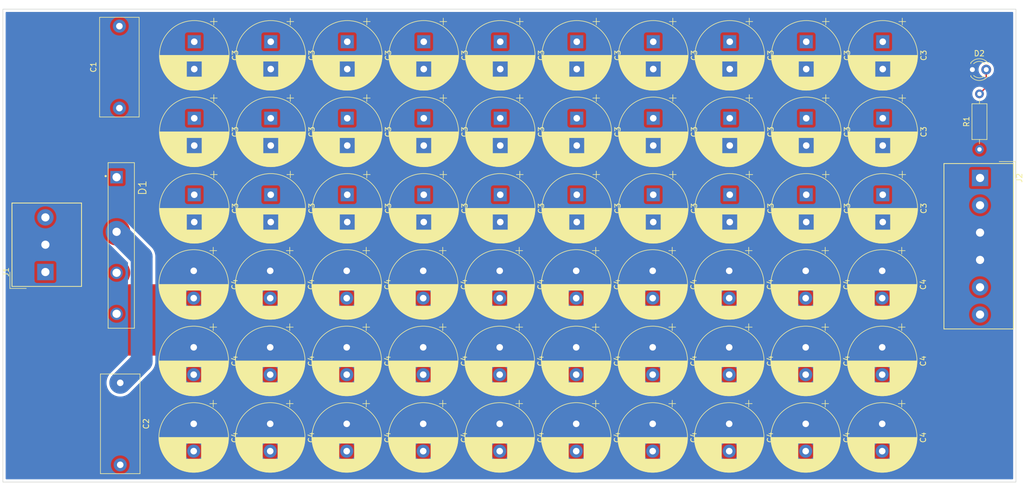
<source format=kicad_pcb>
(kicad_pcb (version 20211014) (generator pcbnew)
  (layers (0 "F.Cu" signal) (31 "B.Cu" signal) (34 "B.Paste" user) (35 "F.Paste" user) (36 "B.SilkS" user "B.Silkscreen") (37 "F.SilkS" user "F.Silkscreen") (38 "B.Mask" user) (39 "F.Mask" user) (44 "Edge.Cuts" user))
  (net 0 "")
  (net 1 "Net-(C1-Pad1)")
  (net 2 "Net-(C1-Pad2)")
  (net 3 "/V+")
  (net 4 "/GND")
  (net 5 "/V-")
  (net 6 "Net-(D2-Pad2)")
  (footprint "Capacitor_THT:CP_Radial_D12.5mm_P5.00mm" (layer "F.Cu") (at 109.925 43.138541 -90)
    (fp_text reference "C3" (at 2.5 -7.5 90) (layer "F.SilkS"))
    (fp_text value "220uF")
    (pad "1" thru_hole rect locked (at 0 0 270) (size 2.4 2.4) (drill 1.2) (layers *.Cu *.Mask) (net 3 "/V+"))
    (pad "2" thru_hole circle locked (at 5 0 270) (size 2.4 2.4) (drill 1.2) (layers *.Cu *.Mask) (net 4 "/GND"))
  )
  (footprint "Capacitor_THT:CP_Radial_D12.5mm_P5.00mm" (layer "F.Cu") (at 221.925 57.138541 -90)
    (fp_text reference "C3" (at 2.5 -7.5 90) (layer "F.SilkS"))
    (fp_text value "220uF")
    (pad "1" thru_hole rect locked (at 0 0 270) (size 2.4 2.4) (drill 1.2) (layers *.Cu *.Mask) (net 3 "/V+"))
    (pad "2" thru_hole circle locked (at 5 0 270) (size 2.4 2.4) (drill 1.2) (layers *.Cu *.Mask) (net 4 "/GND"))
  )
  (footprint "Capacitor_THT:CP_Radial_D12.5mm_P5.00mm" (layer "F.Cu") (at 165.925 57.138541 -90)
    (fp_text reference "C3" (at 2.5 -7.5 90) (layer "F.SilkS"))
    (fp_text value "220uF")
    (pad "1" thru_hole rect locked (at 0 0 270) (size 2.4 2.4) (drill 1.2) (layers *.Cu *.Mask) (net 3 "/V+"))
    (pad "2" thru_hole circle locked (at 5 0 270) (size 2.4 2.4) (drill 1.2) (layers *.Cu *.Mask) (net 4 "/GND"))
  )
  (footprint "Custom Library:DIOB_GBJ2501-BP" (layer "F.Cu") (at 82.564934 66.425 -90)
    (fp_text reference "D1" (at -10.555 -3.889 90) (layer "F.SilkS") (effects (font (size 1.4 1.4))))
    (fp_text value "GSIB2580-E3/45")
    (pad "1" thru_hole rect (at -12.5 0.85 270) (size 2.27 2.27) (drill 1.51) (layers *.Cu *.Mask) (net 3 "/V+"))
    (pad "2" thru_hole circle (at -2.5 0.85 270) (size 2.27 2.27) (drill 1.51) (layers *.Cu *.Mask) (net 1 "Net-(C1-Pad1)"))
    (pad "3" thru_hole circle (at 5 0.85 270) (size 2.27 2.27) (drill 1.51) (layers *.Cu *.Mask) (net 2 "Net-(C1-Pad2)"))
    (pad "4" thru_hole circle (at 12.5 0.85 270) (size 2.27 2.27) (drill 1.51) (layers *.Cu *.Mask) (net 5 "/V-"))
  )
  (footprint "Capacitor_THT:CP_Radial_D12.5mm_P5.00mm" (layer "F.Cu") (at 95.925 29.138541 -90)
    (fp_text reference "C3" (at 2.5 -7.5 90) (layer "F.SilkS"))
    (fp_text value "220uF")
    (pad "1" thru_hole rect locked (at 0 0 270) (size 2.4 2.4) (drill 1.2) (layers *.Cu *.Mask) (net 3 "/V+"))
    (pad "2" thru_hole circle locked (at 5 0 270) (size 2.4 2.4) (drill 1.2) (layers *.Cu *.Mask) (net 4 "/GND"))
  )
  (footprint "TerminalBlock_Altech:Altech_AK300_1x06_P5.00mm_45-Degree" (layer "F.Cu") (at 239.7325 54.0675 -90)
    (fp_text reference "J2" (at 0 -7.2 90) (layer "F.SilkS"))
    (fp_text value "Conn_01x06_Female")
    (pad "1" thru_hole rect locked (at 0 0 270) (size 3 3) (drill 1.5) (layers *.Cu *.Mask) (net 3 "/V+"))
    (pad "2" thru_hole circle locked (at 5 0 270) (size 3 3) (drill 1.5) (layers *.Cu *.Mask) (net 3 "/V+"))
    (pad "3" thru_hole circle locked (at 10 0 270) (size 3 3) (drill 1.5) (layers *.Cu *.Mask) (net 4 "/GND"))
    (pad "4" thru_hole circle locked (at 15 0 270) (size 3 3) (drill 1.5) (layers *.Cu *.Mask) (net 4 "/GND"))
    (pad "5" thru_hole circle locked (at 20 0 270) (size 3 3) (drill 1.5) (layers *.Cu *.Mask) (net 5 "/V-"))
    (pad "6" thru_hole circle locked (at 25 0 270) (size 3 3) (drill 1.5) (layers *.Cu *.Mask) (net 5 "/V-"))
  )
  (footprint "Capacitor_THT:CP_Radial_D12.5mm_P5.00mm" (layer "F.Cu") (at 221.825 99.063541 -90)
    (fp_text reference "C4" (at 2.5 -7.5 90) (layer "F.SilkS"))
    (fp_text value "220uF")
    (pad "1" thru_hole rect locked (at 0 0 270) (size 2.4 2.4) (drill 1.2) (layers *.Cu *.Mask) (net 4 "/GND"))
    (pad "2" thru_hole circle locked (at 5 0 270) (size 2.4 2.4) (drill 1.2) (layers *.Cu *.Mask) (net 5 "/V-"))
  )
  (footprint "Capacitor_THT:CP_Radial_D12.5mm_P5.00mm" (layer "F.Cu") (at 109.825 85.063541 -90)
    (fp_text reference "C4" (at 2.5 -7.5 90) (layer "F.SilkS"))
    (fp_text value "220uF")
    (pad "1" thru_hole rect locked (at 0 0 270) (size 2.4 2.4) (drill 1.2) (layers *.Cu *.Mask) (net 4 "/GND"))
    (pad "2" thru_hole circle locked (at 5 0 270) (size 2.4 2.4) (drill 1.2) (layers *.Cu *.Mask) (net 5 "/V-"))
  )
  (footprint "Capacitor_THT:CP_Radial_D12.5mm_P5.00mm" (layer "F.Cu") (at 165.825 99.063541 -90)
    (fp_text reference "C4" (at 2.5 -7.5 90) (layer "F.SilkS"))
    (fp_text value "220uF")
    (pad "1" thru_hole rect locked (at 0 0 270) (size 2.4 2.4) (drill 1.2) (layers *.Cu *.Mask) (net 4 "/GND"))
    (pad "2" thru_hole circle locked (at 5 0 270) (size 2.4 2.4) (drill 1.2) (layers *.Cu *.Mask) (net 5 "/V-"))
  )
  (footprint "Capacitor_THT:CP_Radial_D12.5mm_P5.00mm" (layer "F.Cu") (at 151.925 57.138541 -90)
    (fp_text reference "C3" (at 2.5 -7.5 90) (layer "F.SilkS"))
    (fp_text value "220uF")
    (pad "1" thru_hole rect locked (at 0 0 270) (size 2.4 2.4) (drill 1.2) (layers *.Cu *.Mask) (net 3 "/V+"))
    (pad "2" thru_hole circle locked (at 5 0 270) (size 2.4 2.4) (drill 1.2) (layers *.Cu *.Mask) (net 4 "/GND"))
  )
  (footprint "Capacitor_THT:CP_Radial_D12.5mm_P5.00mm" (layer "F.Cu") (at 193.925 29.138541 -90)
    (fp_text reference "C3" (at 2.5 -7.5 90) (layer "F.SilkS"))
    (fp_text value "220uF")
    (pad "1" thru_hole rect locked (at 0 0 270) (size 2.4 2.4) (drill 1.2) (layers *.Cu *.Mask) (net 3 "/V+"))
    (pad "2" thru_hole circle locked (at 5 0 270) (size 2.4 2.4) (drill 1.2) (layers *.Cu *.Mask) (net 4 "/GND"))
  )
  (footprint "Capacitor_THT:CP_Radial_D12.5mm_P5.00mm" (layer "F.Cu") (at 137.925 29.138541 -90)
    (fp_text reference "C3" (at 2.5 -7.5 90) (layer "F.SilkS"))
    (fp_text value "220uF")
    (pad "1" thru_hole rect locked (at 0 0 270) (size 2.4 2.4) (drill 1.2) (layers *.Cu *.Mask) (net 3 "/V+"))
    (pad "2" thru_hole circle locked (at 5 0 270) (size 2.4 2.4) (drill 1.2) (layers *.Cu *.Mask) (net 4 "/GND"))
  )
  (footprint "Capacitor_THT:CP_Radial_D12.5mm_P5.00mm" (layer "F.Cu") (at 109.925 57.138541 -90)
    (fp_text reference "C3" (at 2.5 -7.5 90) (layer "F.SilkS"))
    (fp_text value "220uF")
    (pad "1" thru_hole rect locked (at 0 0 270) (size 2.4 2.4) (drill 1.2) (layers *.Cu *.Mask) (net 3 "/V+"))
    (pad "2" thru_hole circle locked (at 5 0 270) (size 2.4 2.4) (drill 1.2) (layers *.Cu *.Mask) (net 4 "/GND"))
  )
  (footprint "Capacitor_THT:CP_Radial_D12.5mm_P5.00mm" (layer "F.Cu") (at 137.925 43.138541 -90)
    (fp_text reference "C3" (at 2.5 -7.5 90) (layer "F.SilkS"))
    (fp_text value "220uF")
    (pad "1" thru_hole rect locked (at 0 0 270) (size 2.4 2.4) (drill 1.2) (layers *.Cu *.Mask) (net 3 "/V+"))
    (pad "2" thru_hole circle locked (at 5 0 270) (size 2.4 2.4) (drill 1.2) (layers *.Cu *.Mask) (net 4 "/GND"))
  )
  (footprint "Capacitor_THT:CP_Radial_D12.5mm_P5.00mm" (layer "F.Cu") (at 95.925 57.138541 -90)
    (fp_text reference "C3" (at 2.5 -7.5 90) (layer "F.SilkS"))
    (fp_text value "220uF")
    (pad "1" thru_hole rect locked (at 0 0 270) (size 2.4 2.4) (drill 1.2) (layers *.Cu *.Mask) (net 3 "/V+"))
    (pad "2" thru_hole circle locked (at 5 0 270) (size 2.4 2.4) (drill 1.2) (layers *.Cu *.Mask) (net 4 "/GND"))
  )
  (footprint "Capacitor_THT:CP_Radial_D12.5mm_P5.00mm" (layer "F.Cu") (at 151.925 43.138541 -90)
    (fp_text reference "C3" (at 2.5 -7.5 90) (layer "F.SilkS"))
    (fp_text value "220uF")
    (pad "1" thru_hole rect locked (at 0 0 270) (size 2.4 2.4) (drill 1.2) (layers *.Cu *.Mask) (net 3 "/V+"))
    (pad "2" thru_hole circle locked (at 5 0 270) (size 2.4 2.4) (drill 1.2) (layers *.Cu *.Mask) (net 4 "/GND"))
  )
  (footprint "Capacitor_THT:CP_Radial_D12.5mm_P5.00mm" (layer "F.Cu") (at 207.825 99.063541 -90)
    (fp_text reference "C4" (at 2.5 -7.5 90) (layer "F.SilkS"))
    (fp_text value "220uF")
    (pad "1" thru_hole rect locked (at 0 0 270) (size 2.4 2.4) (drill 1.2) (layers *.Cu *.Mask) (net 4 "/GND"))
    (pad "2" thru_hole circle locked (at 5 0 270) (size 2.4 2.4) (drill 1.2) (layers *.Cu *.Mask) (net 5 "/V-"))
  )
  (footprint "Capacitor_THT:CP_Radial_D12.5mm_P5.00mm" (layer "F.Cu") (at 165.925 43.138541 -90)
    (fp_text reference "C3" (at 2.5 -7.5 90) (layer "F.SilkS"))
    (fp_text value "220uF")
    (pad "1" thru_hole rect locked (at 0 0 270) (size 2.4 2.4) (drill 1.2) (layers *.Cu *.Mask) (net 3 "/V+"))
    (pad "2" thru_hole circle locked (at 5 0 270) (size 2.4 2.4) (drill 1.2) (layers *.Cu *.Mask) (net 4 "/GND"))
  )
  (footprint "Capacitor_THT:CP_Radial_D12.5mm_P5.00mm" (layer "F.Cu") (at 95.925 43.138541 -90)
    (fp_text reference "C3" (at 2.5 -7.5 90) (layer "F.SilkS"))
    (fp_text value "220uF")
    (pad "1" thru_hole rect locked (at 0 0 270) (size 2.4 2.4) (drill 1.2) (layers *.Cu *.Mask) (net 3 "/V+"))
    (pad "2" thru_hole circle locked (at 5 0 270) (size 2.4 2.4) (drill 1.2) (layers *.Cu *.Mask) (net 4 "/GND"))
  )
  (footprint "Capacitor_THT:CP_Radial_D12.5mm_P5.00mm" (layer "F.Cu") (at 123.825 99.063541 -90)
    (fp_text reference "C4" (at 2.5 -7.5 90) (layer "F.SilkS"))
    (fp_text value "220uF")
    (pad "1" thru_hole rect locked (at 0 0 270) (size 2.4 2.4) (drill 1.2) (layers *.Cu *.Mask) (net 4 "/GND"))
    (pad "2" thru_hole circle locked (at 5 0 270) (size 2.4 2.4) (drill 1.2) (layers *.Cu *.Mask) (net 5 "/V-"))
  )
  (footprint "Capacitor_THT:CP_Radial_D12.5mm_P5.00mm" (layer "F.Cu") (at 179.925 29.138541 -90)
    (fp_text reference "C3" (at 2.5 -7.5 90) (layer "F.SilkS"))
    (fp_text value "220uF")
    (pad "1" thru_hole rect locked (at 0 0 270) (size 2.4 2.4) (drill 1.2) (layers *.Cu *.Mask) (net 3 "/V+"))
    (pad "2" thru_hole circle locked (at 5 0 270) (size 2.4 2.4) (drill 1.2) (layers *.Cu *.Mask) (net 4 "/GND"))
  )
  (footprint "Capacitor_THT:CP_Radial_D12.5mm_P5.00mm" (layer "F.Cu") (at 137.825 99.063541 -90)
    (fp_text reference "C4" (at 2.5 -7.5 90) (layer "F.SilkS"))
    (fp_text value "220uF")
    (pad "1" thru_hole rect locked (at 0 0 270) (size 2.4 2.4) (drill 1.2) (layers *.Cu *.Mask) (net 4 "/GND"))
    (pad "2" thru_hole circle locked (at 5 0 270) (size 2.4 2.4) (drill 1.2) (layers *.Cu *.Mask) (net 5 "/V-"))
  )
  (footprint "LED_THT:LED_D3.0mm" (layer "F.Cu") (at 238.325 34.238075)
    (fp_text reference "D2" (at 1.27 -2.96) (layer "F.SilkS"))
    (fp_text value "LED")
    (pad "1" thru_hole rect locked (at 0 0) (size 1.8 1.8) (drill 0.9) (layers *.Cu *.Mask) (net 4 "/GND"))
    (pad "2" thru_hole circle locked (at 2.54 0) (size 1.8 1.8) (drill 0.9) (layers *.Cu *.Mask) (net 6 "Net-(D2-Pad2)"))
  )
  (footprint "Capacitor_THT:CP_Radial_D12.5mm_P5.00mm" (layer "F.Cu") (at 137.825 71.063541 -90)
    (fp_text reference "C4" (at 2.5 -7.5 90) (layer "F.SilkS"))
    (fp_text value "220uF")
    (pad "1" thru_hole rect locked (at 0 0 270) (size 2.4 2.4) (drill 1.2) (layers *.Cu *.Mask) (net 4 "/GND"))
    (pad "2" thru_hole circle locked (at 5 0 270) (size 2.4 2.4) (drill 1.2) (layers *.Cu *.Mask) (net 5 "/V-"))
  )
  (footprint "Capacitor_THT:CP_Radial_D12.5mm_P5.00mm" (layer "F.Cu") (at 123.825 85.063541 -90)
    (fp_text reference "C4" (at 2.5 -7.5 90) (layer "F.SilkS"))
    (fp_text value "220uF")
    (pad "1" thru_hole rect locked (at 0 0 270) (size 2.4 2.4) (drill 1.2) (layers *.Cu *.Mask) (net 4 "/GND"))
    (pad "2" thru_hole circle locked (at 5 0 270) (size 2.4 2.4) (drill 1.2) (layers *.Cu *.Mask) (net 5 "/V-"))
  )
  (footprint "Capacitor_THT:CP_Radial_D12.5mm_P5.00mm" (layer "F.Cu") (at 179.825 85.063541 -90)
    (fp_text reference "C4" (at 2.5 -7.5 90) (layer "F.SilkS"))
    (fp_text value "220uF")
    (pad "1" thru_hole rect locked (at 0 0 270) (size 2.4 2.4) (drill 1.2) (layers *.Cu *.Mask) (net 4 "/GND"))
    (pad "2" thru_hole circle locked (at 5 0 270) (size 2.4 2.4) (drill 1.2) (layers *.Cu *.Mask) (net 5 "/V-"))
  )
  (footprint "Capacitor_THT:CP_Radial_D12.5mm_P5.00mm" (layer "F.Cu") (at 193.825 99.063541 -90)
    (fp_text reference "C4" (at 2.5 -7.5 90) (layer "F.SilkS"))
    (fp_text value "220uF")
    (pad "1" thru_hole rect locked (at 0 0 270) (size 2.4 2.4) (drill 1.2) (layers *.Cu *.Mask) (net 4 "/GND"))
    (pad "2" thru_hole circle locked (at 5 0 270) (size 2.4 2.4) (drill 1.2) (layers *.Cu *.Mask) (net 5 "/V-"))
  )
  (footprint "Capacitor_THT:CP_Radial_D12.5mm_P5.00mm" (layer "F.Cu") (at 221.925 43.138541 -90)
    (fp_text reference "C3" (at 2.5 -7.5 90) (layer "F.SilkS"))
    (fp_text value "220uF")
    (pad "1" thru_hole rect locked (at 0 0 270) (size 2.4 2.4) (drill 1.2) (layers *.Cu *.Mask) (net 3 "/V+"))
    (pad "2" thru_hole circle locked (at 5 0 270) (size 2.4 2.4) (drill 1.2) (layers *.Cu *.Mask) (net 4 "/GND"))
  )
  (footprint "Capacitor_THT:CP_Radial_D12.5mm_P5.00mm" (layer "F.Cu") (at 179.825 71.063541 -90)
    (fp_text reference "C4" (at 2.5 -7.5 90) (layer "F.SilkS"))
    (fp_text value "220uF")
    (pad "1" thru_hole rect locked (at 0 0 270) (size 2.4 2.4) (drill 1.2) (layers *.Cu *.Mask) (net 4 "/GND"))
    (pad "2" thru_hole circle locked (at 5 0 270) (size 2.4 2.4) (drill 1.2) (layers *.Cu *.Mask) (net 5 "/V-"))
  )
  (footprint "Capacitor_THT:CP_Radial_D12.5mm_P5.00mm" (layer "F.Cu") (at 95.825 99.063541 -90)
    (fp_text reference "C4" (at 2.5 -7.5 90) (layer "F.SilkS"))
    (fp_text value "220uF")
    (pad "1" thru_hole rect locked (at 0 0 270) (size 2.4 2.4) (drill 1.2) (layers *.Cu *.Mask) (net 4 "/GND"))
    (pad "2" thru_hole circle locked (at 5 0 270) (size 2.4 2.4) (drill 1.2) (layers *.Cu *.Mask) (net 5 "/V-"))
  )
  (footprint "Capacitor_THT:CP_Radial_D12.5mm_P5.00mm" (layer "F.Cu") (at 151.925 29.138541 -90)
    (fp_text reference "C3" (at 2.5 -7.5 90) (layer "F.SilkS"))
    (fp_text value "220uF")
    (pad "1" thru_hole rect locked (at 0 0 270) (size 2.4 2.4) (drill 1.2) (layers *.Cu *.Mask) (net 3 "/V+"))
    (pad "2" thru_hole circle locked (at 5 0 270) (size 2.4 2.4) (drill 1.2) (layers *.Cu *.Mask) (net 4 "/GND"))
  )
  (footprint "Capacitor_THT:CP_Radial_D12.5mm_P5.00mm" (layer "F.Cu") (at 165.825 85.063541 -90)
    (fp_text reference "C4" (at 2.5 -7.5 90) (layer "F.SilkS"))
    (fp_text value "220uF")
    (pad "1" thru_hole rect locked (at 0 0 270) (size 2.4 2.4) (drill 1.2) (layers *.Cu *.Mask) (net 4 "/GND"))
    (pad "2" thru_hole circle locked (at 5 0 270) (size 2.4 2.4) (drill 1.2) (layers *.Cu *.Mask) (net 5 "/V-"))
  )
  (footprint "Capacitor_THT:CP_Radial_D12.5mm_P5.00mm" (layer "F.Cu") (at 179.925 57.138541 -90)
    (fp_text reference "C3" (at 2.5 -7.5 90) (layer "F.SilkS"))
    (fp_text value "220uF")
    (pad "1" thru_hole rect locked (at 0 0 270) (size 2.4 2.4) (drill 1.2) (layers *.Cu *.Mask) (net 3 "/V+"))
    (pad "2" thru_hole circle locked (at 5 0 270) (size 2.4 2.4) (drill 1.2) (layers *.Cu *.Mask) (net 4 "/GND"))
  )
  (footprint "Capacitor_THT:CP_Radial_D12.5mm_P5.00mm" (layer "F.Cu") (at 151.825 71.063541 -90)
    (fp_text reference "C4" (at 2.5 -7.5 90) (layer "F.SilkS"))
    (fp_text value "220uF")
    (pad "1" thru_hole rect locked (at 0 0 270) (size 2.4 2.4) (drill 1.2) (layers *.Cu *.Mask) (net 4 "/GND"))
    (pad "2" thru_hole circle locked (at 5 0 270) (size 2.4 2.4) (drill 1.2) (layers *.Cu *.Mask) (net 5 "/V-"))
  )
  (footprint "Capacitor_THT:C_Rect_L18.0mm_W7.0mm_P15.00mm_FKS3_FKP3" (layer "F.Cu") (at 82.225 41.286459 90)
    (fp_text reference "C1" (at 7.5 -4.75 90) (layer "F.SilkS"))
    (fp_text value "100nF")
    (pad "1" thru_hole circle locked (at 0 0 90) (size 2.4 2.4) (drill 1.2) (layers *.Cu *.Mask) (net 1 "Net-(C1-Pad1)"))
    (pad "2" thru_hole circle locked (at 15 0 90) (size 2.4 2.4) (drill 1.2) (layers *.Cu *.Mask) (net 2 "Net-(C1-Pad2)"))
  )
  (footprint "Capacitor_THT:CP_Radial_D12.5mm_P5.00mm" (layer "F.Cu") (at 123.925 57.138541 -90)
    (fp_text reference "C3" (at 2.5 -7.5 90) (layer "F.SilkS"))
    (fp_text value "220uF")
    (pad "1" thru_hole rect locked (at 0 0 270) (size 2.4 2.4) (drill 1.2) (layers *.Cu *.Mask) (net 3 "/V+"))
    (pad "2" thru_hole circle locked (at 5 0 270) (size 2.4 2.4) (drill 1.2) (layers *.Cu *.Mask) (net 4 "/GND"))
  )
  (footprint "Capacitor_THT:CP_Radial_D12.5mm_P5.00mm" (layer "F.Cu") (at 123.925 43.138541 -90)
    (fp_text reference "C3" (at 2.5 -7.5 90) (layer "F.SilkS"))
    (fp_text value "220uF")
    (pad "1" thru_hole rect locked (at 0 0 270) (size 2.4 2.4) (drill 1.2) (layers *.Cu *.Mask) (net 3 "/V+"))
    (pad "2" thru_hole circle locked (at 5 0 270) (size 2.4 2.4) (drill 1.2) (layers *.Cu *.Mask) (net 4 "/GND"))
  )
  (footprint "Capacitor_THT:CP_Radial_D12.5mm_P5.00mm" (layer "F.Cu") (at 123.825 71.063541 -90)
    (fp_text reference "C4" (at 2.5 -7.5 90) (layer "F.SilkS"))
    (fp_text value "220uF")
    (pad "1" thru_hole rect locked (at 0 0 270) (size 2.4 2.4) (drill 1.2) (layers *.Cu *.Mask) (net 4 "/GND"))
    (pad "2" thru_hole circle locked (at 5 0 270) (size 2.4 2.4) (drill 1.2) (layers *.Cu *.Mask) (net 5 "/V-"))
  )
  (footprint "Capacitor_THT:C_Rect_L18.0mm_W7.0mm_P15.00mm_FKS3_FKP3" (layer "F.Cu") (at 82.377434 91.563541 -90)
    (fp_text reference "C2" (at 7.5 -4.75 90) (layer "F.SilkS"))
    (fp_text value "100nF")
    (pad "1" thru_hole circle locked (at 0 0 270) (size 2.4 2.4) (drill 1.2) (layers *.Cu *.Mask) (net 1 "Net-(C1-Pad1)"))
    (pad "2" thru_hole circle locked (at 15 0 270) (size 2.4 2.4) (drill 1.2) (layers *.Cu *.Mask) (net 2 "Net-(C1-Pad2)"))
  )
  (footprint "Capacitor_THT:CP_Radial_D12.5mm_P5.00mm" (layer "F.Cu") (at 221.925 29.138541 -90)
    (fp_text reference "C3" (at 2.5 -7.5 90) (layer "F.SilkS"))
    (fp_text value "220uF")
    (pad "1" thru_hole rect locked (at 0 0 270) (size 2.4 2.4) (drill 1.2) (layers *.Cu *.Mask) (net 3 "/V+"))
    (pad "2" thru_hole circle locked (at 5 0 270) (size 2.4 2.4) (drill 1.2) (layers *.Cu *.Mask) (net 4 "/GND"))
  )
  (footprint "Capacitor_THT:CP_Radial_D12.5mm_P5.00mm" (layer "F.Cu") (at 207.925 57.138541 -90)
    (fp_text reference "C3" (at 2.5 -7.5 90) (layer "F.SilkS"))
    (fp_text value "220uF")
    (pad "1" thru_hole rect locked (at 0 0 270) (size 2.4 2.4) (drill 1.2) (layers *.Cu *.Mask) (net 3 "/V+"))
    (pad "2" thru_hole circle locked (at 5 0 270) (size 2.4 2.4) (drill 1.2) (layers *.Cu *.Mask) (net 4 "/GND"))
  )
  (footprint "Capacitor_THT:CP_Radial_D12.5mm_P5.00mm" (layer "F.Cu") (at 109.825 71.063541 -90)
    (fp_text reference "C4" (at 2.5 -7.5 90) (layer "F.SilkS"))
    (fp_text value "220uF")
    (pad "1" thru_hole rect locked (at 0 0 270) (size 2.4 2.4) (drill 1.2) (layers *.Cu *.Mask) (net 4 "/GND"))
    (pad "2" thru_hole circle locked (at 5 0 270) (size 2.4 2.4) (drill 1.2) (layers *.Cu *.Mask) (net 5 "/V-"))
  )
  (footprint "Capacitor_THT:CP_Radial_D12.5mm_P5.00mm" (layer "F.Cu") (at 221.825 85.063541 -90)
    (fp_text reference "C4" (at 2.5 -7.5 90) (layer "F.SilkS"))
    (fp_text value "220uF")
    (pad "1" thru_hole rect locked (at 0 0 270) (size 2.4 2.4) (drill 1.2) (layers *.Cu *.Mask) (net 4 "/GND"))
    (pad "2" thru_hole circle locked (at 5 0 270) (size 2.4 2.4) (drill 1.2) (layers *.Cu *.Mask) (net 5 "/V-"))
  )
  (footprint "Capacitor_THT:CP_Radial_D12.5mm_P5.00mm" (layer "F.Cu") (at 165.925 29.138541 -90)
    (fp_text reference "C3" (at 2.5 -7.5 90) (layer "F.SilkS"))
    (fp_text value "220uF")
    (pad "1" thru_hole rect locked (at 0 0 270) (size 2.4 2.4) (drill 1.2) (layers *.Cu *.Mask) (net 3 "/V+"))
    (pad "2" thru_hole circle locked (at 5 0 270) (size 2.4 2.4) (drill 1.2) (layers *.Cu *.Mask) (net 4 "/GND"))
  )
  (footprint "Capacitor_THT:CP_Radial_D12.5mm_P5.00mm" (layer "F.Cu") (at 109.825 99.063541 -90)
    (fp_text reference "C4" (at 2.5 -7.5 90) (layer "F.SilkS"))
    (fp_text value "220uF")
    (pad "1" thru_hole rect locked (at 0 0 270) (size 2.4 2.4) (drill 1.2) (layers *.Cu *.Mask) (net 4 "/GND"))
    (pad "2" thru_hole circle locked (at 5 0 270) (size 2.4 2.4) (drill 1.2) (layers *.Cu *.Mask) (net 5 "/V-"))
  )
  (footprint "Capacitor_THT:CP_Radial_D12.5mm_P5.00mm" (layer "F.Cu") (at 179.825 99.063541 -90)
    (fp_text reference "C4" (at 2.5 -7.5 90) (layer "F.SilkS"))
    (fp_text value "220uF")
    (pad "1" thru_hole rect locked (at 0 0 270) (size 2.4 2.4) (drill 1.2) (layers *.Cu *.Mask) (net 4 "/GND"))
    (pad "2" thru_hole circle locked (at 5 0 270) (size 2.4 2.4) (drill 1.2) (layers *.Cu *.Mask) (net 5 "/V-"))
  )
  (footprint "TerminalBlock_Altech:Altech_AK300_1x03_P5.00mm_45-Degree" (layer "F.Cu") (at 68.682434 71.2825 90)
    (fp_text reference "J1" (at 0 -7.2 90) (layer "F.SilkS"))
    (fp_text value "Conn_01x03_Female")
    (pad "1" thru_hole rect locked (at 0 0 90) (size 3 3) (drill 1.5) (layers *.Cu *.Mask) (net 2 "Net-(C1-Pad2)"))
    (pad "2" thru_hole circle locked (at 5 0 90) (size 3 3) (drill 1.5) (layers *.Cu *.Mask) (net 4 "/GND"))
    (pad "3" thru_hole circle locked (at 10 0 90) (size 3 3) (drill 1.5) (layers *.Cu *.Mask) (net 1 "Net-(C1-Pad1)"))
  )
  (footprint "Capacitor_THT:CP_Radial_D12.5mm_P5.00mm" (layer "F.Cu") (at 207.825 71.063541 -90)
    (fp_text reference "C4" (at 2.5 -7.5 90) (layer "F.SilkS"))
    (fp_text value "220uF")
    (pad "1" thru_hole rect locked (at 0 0 270) (size 2.4 2.4) (drill 1.2) (layers *.Cu *.Mask) (net 4 "/GND"))
    (pad "2" thru_hole circle locked (at 5 0 270) (size 2.4 2.4) (drill 1.2) (layers *.Cu *.Mask) (net 5 "/V-"))
  )
  (footprint "Capacitor_THT:CP_Radial_D12.5mm_P5.00mm" (layer "F.Cu") (at 207.825 85.063541 -90)
    (fp_text reference "C4" (at 2.5 -7.5 90) (layer "F.SilkS"))
    (fp_text value "220uF")
    (pad "1" thru_hole rect locked (at 0 0 270) (size 2.4 2.4) (drill 1.2) (layers *.Cu *.Mask) (net 4 "/GND"))
    (pad "2" thru_hole circle locked (at 5 0 270) (size 2.4 2.4) (drill 1.2) (layers *.Cu *.Mask) (net 5 "/V-"))
  )
  (footprint "Capacitor_THT:CP_Radial_D12.5mm_P5.00mm" (layer "F.Cu") (at 109.925 29.138541 -90)
    (fp_text reference "C3" (at 2.5 -7.5 90) (layer "F.SilkS"))
    (fp_text value "220uF")
    (pad "1" thru_hole rect locked (at 0 0 270) (size 2.4 2.4) (drill 1.2) (layers *.Cu *.Mask) (net 3 "/V+"))
    (pad "2" thru_hole circle locked (at 5 0 270) (size 2.4 2.4) (drill 1.2) (layers *.Cu *.Mask) (net 4 "/GND"))
  )
  (footprint "Capacitor_THT:CP_Radial_D12.5mm_P5.00mm" (layer "F.Cu") (at 151.825 85.063541 -90)
    (fp_text reference "C4" (at 2.5 -7.5 90) (layer "F.SilkS"))
    (fp_text value "220uF")
    (pad "1" thru_hole rect locked (at 0 0 270) (size 2.4 2.4) (drill 1.2) (layers *.Cu *.Mask) (net 4 "/GND"))
    (pad "2" thru_hole circle locked (at 5 0 270) (size 2.4 2.4) (drill 1.2) (layers *.Cu *.Mask) (net 5 "/V-"))
  )
  (footprint "Capacitor_THT:CP_Radial_D12.5mm_P5.00mm" (layer "F.Cu") (at 193.925 43.138541 -90)
    (fp_text reference "C3" (at 2.5 -7.5 90) (layer "F.SilkS"))
    (fp_text value "220uF")
    (pad "1" thru_hole rect locked (at 0 0 270) (size 2.4 2.4) (drill 1.2) (layers *.Cu *.Mask) (net 3 "/V+"))
    (pad "2" thru_hole circle locked (at 5 0 270) (size 2.4 2.4) (drill 1.2) (layers *.Cu *.Mask) (net 4 "/GND"))
  )
  (footprint "Capacitor_THT:CP_Radial_D12.5mm_P5.00mm" (layer "F.Cu") (at 179.925 43.138541 -90)
    (fp_text reference "C3" (at 2.5 -7.5 90) (layer "F.SilkS"))
    (fp_text value "220uF")
    (pad "1" thru_hole rect locked (at 0 0 270) (size 2.4 2.4) (drill 1.2) (layers *.Cu *.Mask) (net 3 "/V+"))
    (pad "2" thru_hole circle locked (at 5 0 270) (size 2.4 2.4) (drill 1.2) (layers *.Cu *.Mask) (net 4 "/GND"))
  )
  (footprint "Capacitor_THT:CP_Radial_D12.5mm_P5.00mm" (layer "F.Cu") (at 95.825 85.063541 -90)
    (fp_text reference "C4" (at 2.5 -7.5 90) (layer "F.SilkS"))
    (fp_text value "220uF")
    (pad "1" thru_hole rect locked (at 0 0 270) (size 2.4 2.4) (drill 1.2) (layers *.Cu *.Mask) (net 4 "/GND"))
    (pad "2" thru_hole circle locked (at 5 0 270) (size 2.4 2.4) (drill 1.2) (layers *.Cu *.Mask) (net 5 "/V-"))
  )
  (footprint "Capacitor_THT:CP_Radial_D12.5mm_P5.00mm" (layer "F.Cu") (at 193.825 85.063541 -90)
    (fp_text reference "C4" (at 2.5 -7.5 90) (layer "F.SilkS"))
    (fp_text value "220uF")
    (pad "1" thru_hole rect locked (at 0 0 270) (size 2.4 2.4) (drill 1.2) (layers *.Cu *.Mask) (net 4 "/GND"))
    (pad "2" thru_hole circle locked (at 5 0 270) (size 2.4 2.4) (drill 1.2) (layers *.Cu *.Mask) (net 5 "/V-"))
  )
  (footprint "Capacitor_THT:CP_Radial_D12.5mm_P5.00mm" (layer "F.Cu") (at 193.825 71.063541 -90)
    (fp_text reference "C4" (at 2.5 -7.5 90) (layer "F.SilkS"))
    (fp_text value "220uF")
    (pad "1" thru_hole rect locked (at 0 0 270) (size 2.4 2.4) (drill 1.2) (layers *.Cu *.Mask) (net 4 "/GND"))
    (pad "2" thru_hole circle locked (at 5 0 270) (size 2.4 2.4) (drill 1.2) (layers *.Cu *.Mask) (net 5 "/V-"))
  )
  (footprint "Capacitor_THT:CP_Radial_D12.5mm_P5.00mm" (layer "F.Cu") (at 165.825 71.063541 -90)
    (fp_text reference "C4" (at 2.5 -7.5 90) (layer "F.SilkS"))
    (fp_text value "220uF")
    (pad "1" thru_hole rect locked (at 0 0 270) (size 2.4 2.4) (drill 1.2) (layers *.Cu *.Mask) (net 4 "/GND"))
    (pad "2" thru_hole circle locked (at 5 0 270) (size 2.4 2.4) (drill 1.2) (layers *.Cu *.Mask) (net 5 "/V-"))
  )
  (footprint "Capacitor_THT:CP_Radial_D12.5mm_P5.00mm" (layer "F.Cu") (at 207.925 43.138541 -90)
    (fp_text reference "C3" (at 2.5 -7.5 90) (layer "F.SilkS"))
    (fp_text value "220uF")
    (pad "1" thru_hole rect locked (at 0 0 270) (size 2.4 2.4) (drill 1.2) (layers *.Cu *.Mask) (net 3 "/V+"))
    (pad "2" thru_hole circle locked (at 5 0 270) (size 2.4 2.4) (drill 1.2) (layers *.Cu *.Mask) (net 4 "/GND"))
  )
  (footprint "Resistor_THT:R_Axial_DIN0207_L6.3mm_D2.5mm_P10.16mm_Horizontal" (layer "F.Cu") (at 239.625 48.840287 90)
    (fp_text reference "R1" (at 5.08 -2.37 90) (layer "F.SilkS"))
    (fp_text value "R")
    (pad "1" thru_hole circle locked (at 0 0 90) (size 1.6 1.6) (drill 0.8) (layers *.Cu *.Mask) (net 3 "/V+"))
    (pad "2" thru_hole oval locked (at 10.16 0 90) (size 1.6 1.6) (drill 0.8) (layers *.Cu *.Mask) (net 6 "Net-(D2-Pad2)"))
  )
  (footprint "Capacitor_THT:CP_Radial_D12.5mm_P5.00mm" (layer "F.Cu") (at 221.825 71.063541 -90)
    (fp_text reference "C4" (at 2.5 -7.5 90) (layer "F.SilkS"))
    (fp_text value "220uF")
    (pad "1" thru_hole rect locked (at 0 0 270) (size 2.4 2.4) (drill 1.2) (layers *.Cu *.Mask) (net 4 "/GND"))
    (pad "2" thru_hole circle locked (at 5 0 270) (size 2.4 2.4) (drill 1.2) (layers *.Cu *.Mask) (net 5 "/V-"))
  )
  (footprint "Capacitor_THT:CP_Radial_D12.5mm_P5.00mm" (layer "F.Cu") (at 95.825 71.063541 -90)
    (fp_text reference "C4" (at 2.5 -7.5 90) (layer "F.SilkS"))
    (fp_text value "220uF")
    (pad "1" thru_hole rect locked (at 0 0 270) (size 2.4 2.4) (drill 1.2) (layers *.Cu *.Mask) (net 4 "/GND"))
    (pad "2" thru_hole circle locked (at 5 0 270) (size 2.4 2.4) (drill 1.2) (layers *.Cu *.Mask) (net 5 "/V-"))
  )
  (footprint "Capacitor_THT:CP_Radial_D12.5mm_P5.00mm" (layer "F.Cu") (at 123.925 29.138541 -90)
    (fp_text reference "C3" (at 2.5 -7.5 90) (layer "F.SilkS"))
    (fp_text value "220uF")
    (pad "1" thru_hole rect locked (at 0 0 270) (size 2.4 2.4) (drill 1.2) (layers *.Cu *.Mask) (net 3 "/V+"))
    (pad "2" thru_hole circle locked (at 5 0 270) (size 2.4 2.4) (drill 1.2) (layers *.Cu *.Mask) (net 4 "/GND"))
  )
  (footprint "Capacitor_THT:CP_Radial_D12.5mm_P5.00mm" (layer "F.Cu") (at 137.925 57.138541 -90)
    (fp_text reference "C3" (at 2.5 -7.5 90) (layer "F.SilkS"))
    (fp_text value "220uF")
    (pad "1" thru_hole rect locked (at 0 0 270) (size 2.4 2.4) (drill 1.2) (layers *.Cu *.Mask) (net 3 "/V+"))
    (pad "2" thru_hole circle locked (at 5 0 270) (size 2.4 2.4) (drill 1.2) (layers *.Cu *.Mask) (net 4 "/GND"))
  )
  (footprint "Capacitor_THT:CP_Radial_D12.5mm_P5.00mm" (layer "F.Cu") (at 207.925 29.138541 -90)
    (fp_text reference "C3" (at 2.5 -7.5 90) (layer "F.SilkS"))
    (fp_text value "220uF")
    (pad "1" thru_hole rect locked (at 0 0 270) (size 2.4 2.4) (drill 1.2) (layers *.Cu *.Mask) (net 3 "/V+"))
    (pad "2" thru_hole circle locked (at 5 0 270) (size 2.4 2.4) (drill 1.2) (layers *.Cu *.Mask) (net 4 "/GND"))
  )
  (footprint "Capacitor_THT:CP_Radial_D12.5mm_P5.00mm" (layer "F.Cu") (at 193.925 57.138541 -90)
    (fp_text reference "C3" (at 2.5 -7.5 90) (layer "F.SilkS"))
    (fp_text value "220uF")
    (pad "1" thru_hole rect locked (at 0 0 270) (size 2.4 2.4) (drill 1.2) (layers *.Cu *.Mask) (net 3 "/V+"))
    (pad "2" thru_hole circle locked (at 5 0 270) (size 2.4 2.4) (drill 1.2) (layers *.Cu *.Mask) (net 4 "/GND"))
  )
  (footprint "Capacitor_THT:CP_Radial_D12.5mm_P5.00mm" (layer "F.Cu") (at 137.825 85.063541 -90)
    (fp_text reference "C4" (at 2.5 -7.5 90) (layer "F.SilkS"))
    (fp_text value "220uF")
    (pad "1" thru_hole rect locked (at 0 0 270) (size 2.4 2.4) (drill 1.2) (layers *.Cu *.Mask) (net 4 "/GND"))
    (pad "2" thru_hole circle locked (at 5 0 270) (size 2.4 2.4) (drill 1.2) (layers *.Cu *.Mask) (net 5 "/V-"))
  )
  (footprint "Capacitor_THT:CP_Radial_D12.5mm_P5.00mm" (layer "F.Cu") (at 151.825 99.063541 -90)
    (fp_text reference "C4" (at 2.5 -7.5 90) (layer "F.SilkS"))
    (fp_text value "220uF")
    (pad "1" thru_hole rect locked (at 0 0 270) (size 2.4 2.4) (drill 1.2) (layers *.Cu *.Mask) (net 4 "/GND"))
    (pad "2" thru_hole circle locked (at 5 0 270) (size 2.4 2.4) (drill 1.2) (layers *.Cu *.Mask) (net 5 "/V-"))
  )
  (gr_rect (start 246.3 23.175) (end 60.9 109.725) (layer "Edge.Cuts") (width 0.1) (fill none))
  (segment (start 71.3175 61.2825) (end 79.072434 61.2825) (width 5) (layer "F.Cu") (net 1))
  (segment (start 68.682434 61.2825) (end 71.3175 61.2825) (width 5) (layer "F.Cu") (net 1))
  (segment (start 79.072434 61.2825) (end 81.714934 63.925) (width 5) (layer "F.Cu") (net 1))
  (segment (start 71.3175 44.9075) (end 71.3175 61.2825) (width 4) (layer "F.Cu") (net 1))
  (segment (start 82.225 41.286459) (end 74.938541 41.286459) (width 4) (layer "F.Cu") (net 1))
  (segment (start 74.938541 41.286459) (end 71.3175 44.9075) (width 4) (layer "F.Cu") (net 1))
  (segment (start 86.3 68.510066) (end 81.714934 63.925) (width 4) (layer "B.Cu") (net 1))
  (segment (start 82.377434 91.563541) (end 86.3 87.640975) (width 4) (layer "B.Cu") (net 1))
  (segment (start 86.3 87.640975) (end 86.3 68.510066) (width 4) (layer "B.Cu") (net 1))
  (segment (start 65.975 42.536459) (end 65.975 42.65) (width 4) (layer "F.Cu") (net 2))
  (segment (start 82.377434 106.563541) (end 68.682434 92.868541) (width 4) (layer "F.Cu") (net 2))
  (segment (start 63.725 44.9) (end 63.725 66.556966) (width 4) (layer "F.Cu") (net 2))
  (segment (start 68.682434 71.2825) (end 81.572434 71.2825) (width 5) (layer "F.Cu") (net 2))
  (segment (start 68.682434 92.868541) (end 68.682434 71.2825) (width 4) (layer "F.Cu") (net 2))
  (segment (start 81.572434 71.2825) (end 81.714934 71.425) (width 5) (layer "F.Cu") (net 2))
  (segment (start 63.725 66.556966) (end 68.450534 71.2825) (width 4) (layer "F.Cu") (net 2))
  (segment (start 68.450534 71.2825) (end 68.682434 71.2825) (width 4) (layer "F.Cu") (net 2))
  (segment (start 65.975 42.65) (end 63.725 44.9) (width 4) (layer "F.Cu") (net 2))
  (segment (start 82.225 26.286459) (end 65.975 42.536459) (width 4) (layer "F.Cu") (net 2))
  (segment (start 239.625 53.96) (end 239.7325 54.0675) (width 0.2) (layer "F.Cu") (net 3))
  (segment (start 240.865 37.440287) (end 239.625 38.680287) (width 0.25) (layer "F.Cu") (net 6))
  (segment (start 240.865 34.238075) (end 240.865 37.440287) (width 0.25) (layer "F.Cu") (net 6))
  (zone (net 3) (net_name "/V+") (layer "F.Cu") (connect_pads yes (clearance 0.508)) (min_thickness 0.254) (fill yes (thermal_gap 0.508) (thermal_bridge_width 0.508) (smoothing chamfer) (radius 2))
    (polygon (pts (xy 233.225 45.55) (xy 242.9 45.55) (xy 242.9 61.675) (xy 228.3 61.675) (xy 228.3 59.675) (xy 89.35 59.675) (xy 89.35 59.625) (xy 75.45 59.625) (xy 75.45 46.575) (xy 89.35 46.575) (xy 89.35 25.125) (xy 233.225 25.125)))
  )
  (zone (net 5) (net_name "/V-") (layer "F.Cu") (connect_pads yes (clearance 0.508)) (min_thickness 0.254) (fill yes (thermal_gap 0.508) (thermal_bridge_width 0.508) (smoothing chamfer) (radius 2))
    (polygon (pts (xy 242.85 87.4) (xy 233.175 87.4) (xy 233.175 108.05) (xy 89.3 108.05) (xy 89.3 86.575) (xy 75.45 86.575) (xy 75.45 73.525) (xy 89.3 73.525) (xy 89.3 73.5) (xy 228.375 73.5) (xy 228.375 71.45) (xy 242.85 71.45)))
  )
  (zone (net 4) (net_name "/GND") (layer "B.Cu") (connect_pads yes (clearance 0.508)) (min_thickness 0.254) (fill yes (thermal_gap 0.508) (thermal_bridge_width 0.508))
    (polygon (pts (xy 247.55 111.025) (xy 60.375 111.025) (xy 60.375 21.5) (xy 247.55 21.5)))
  )
)
</source>
